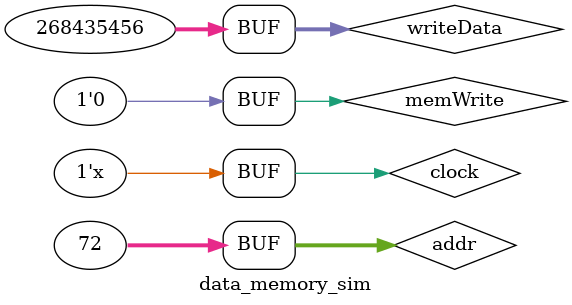
<source format=v>
`timescale 1ns / 1ps


module data_memory_sim(  );
reg clock = 1'b0;
reg memWrite = 1'b0;
reg [31:0] addr = 32'h0000_0010;
reg [31:0] writeData = 32'h1000_0000;
wire [31:0] readData;
data_memory uram
(clock,memWrite,addr,writeData,readData);
always #50 clock = ~clock;
initial begin
addr = 32'h0000_0020;
#100 addr = 32'h0000_0024;
#100 addr = 32'h0000_0028;
#100 addr = 32'h0000_002c;
#100 addr = 32'h0000_0030;
#100 addr = 32'h0000_0034;
#100 memWrite = 1'b1;
addr = 32'h0000_0048;
#200 memWrite = 1'b0;
end 
endmodule

</source>
